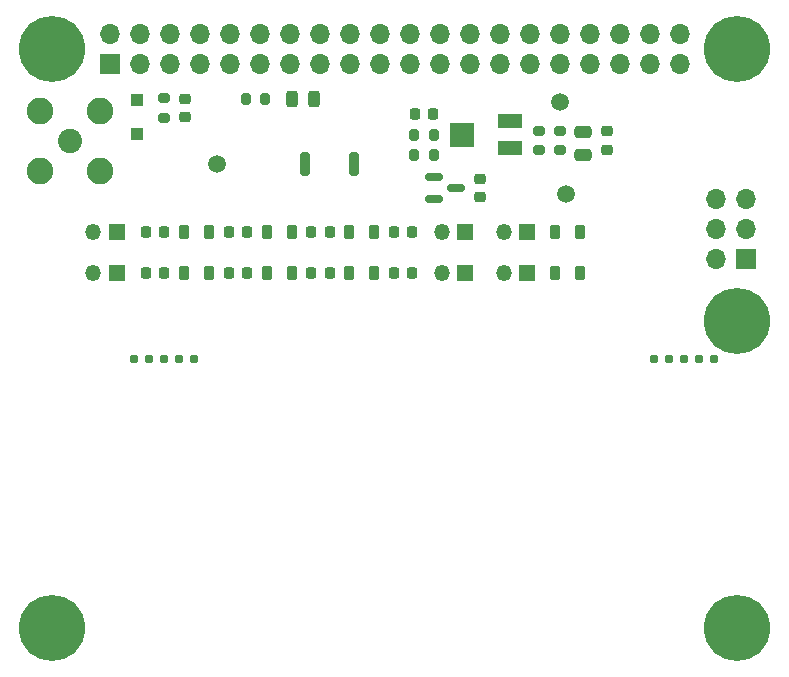
<source format=gbr>
%TF.GenerationSoftware,KiCad,Pcbnew,7.0.9*%
%TF.CreationDate,2024-05-30T14:00:04-07:00*%
%TF.ProjectId,WSPRzero,57535052-7a65-4726-9f2e-6b696361645f,rev?*%
%TF.SameCoordinates,Original*%
%TF.FileFunction,Soldermask,Top*%
%TF.FilePolarity,Negative*%
%FSLAX46Y46*%
G04 Gerber Fmt 4.6, Leading zero omitted, Abs format (unit mm)*
G04 Created by KiCad (PCBNEW 7.0.9) date 2024-05-30 14:00:04*
%MOMM*%
%LPD*%
G01*
G04 APERTURE LIST*
G04 Aperture macros list*
%AMRoundRect*
0 Rectangle with rounded corners*
0 $1 Rounding radius*
0 $2 $3 $4 $5 $6 $7 $8 $9 X,Y pos of 4 corners*
0 Add a 4 corners polygon primitive as box body*
4,1,4,$2,$3,$4,$5,$6,$7,$8,$9,$2,$3,0*
0 Add four circle primitives for the rounded corners*
1,1,$1+$1,$2,$3*
1,1,$1+$1,$4,$5*
1,1,$1+$1,$6,$7*
1,1,$1+$1,$8,$9*
0 Add four rect primitives between the rounded corners*
20,1,$1+$1,$2,$3,$4,$5,0*
20,1,$1+$1,$4,$5,$6,$7,0*
20,1,$1+$1,$6,$7,$8,$9,0*
20,1,$1+$1,$8,$9,$2,$3,0*%
G04 Aperture macros list end*
%ADD10RoundRect,0.200000X0.200000X0.800000X-0.200000X0.800000X-0.200000X-0.800000X0.200000X-0.800000X0*%
%ADD11C,5.600000*%
%ADD12RoundRect,0.218750X0.218750X0.381250X-0.218750X0.381250X-0.218750X-0.381250X0.218750X-0.381250X0*%
%ADD13RoundRect,0.200000X0.275000X-0.200000X0.275000X0.200000X-0.275000X0.200000X-0.275000X-0.200000X0*%
%ADD14R,1.350000X1.350000*%
%ADD15O,1.350000X1.350000*%
%ADD16RoundRect,0.225000X-0.250000X0.225000X-0.250000X-0.225000X0.250000X-0.225000X0.250000X0.225000X0*%
%ADD17C,0.787400*%
%ADD18RoundRect,0.225000X0.225000X0.250000X-0.225000X0.250000X-0.225000X-0.250000X0.225000X-0.250000X0*%
%ADD19RoundRect,0.200000X-0.200000X-0.275000X0.200000X-0.275000X0.200000X0.275000X-0.200000X0.275000X0*%
%ADD20C,1.500000*%
%ADD21C,2.050000*%
%ADD22C,2.250000*%
%ADD23RoundRect,0.200000X-0.275000X0.200000X-0.275000X-0.200000X0.275000X-0.200000X0.275000X0.200000X0*%
%ADD24RoundRect,0.225000X0.250000X-0.225000X0.250000X0.225000X-0.250000X0.225000X-0.250000X-0.225000X0*%
%ADD25RoundRect,0.150000X-0.587500X-0.150000X0.587500X-0.150000X0.587500X0.150000X-0.587500X0.150000X0*%
%ADD26R,1.100000X1.100000*%
%ADD27R,2.000000X1.300000*%
%ADD28R,2.000000X2.000000*%
%ADD29RoundRect,0.243750X0.243750X0.456250X-0.243750X0.456250X-0.243750X-0.456250X0.243750X-0.456250X0*%
%ADD30RoundRect,0.200000X0.200000X0.275000X-0.200000X0.275000X-0.200000X-0.275000X0.200000X-0.275000X0*%
%ADD31R,1.700000X1.700000*%
%ADD32O,1.700000X1.700000*%
%ADD33RoundRect,0.250000X-0.475000X0.250000X-0.475000X-0.250000X0.475000X-0.250000X0.475000X0.250000X0*%
G04 APERTURE END LIST*
D10*
%TO.C,SW1*%
X79100000Y-63250000D03*
X74900000Y-63250000D03*
%TD*%
D11*
%TO.C,H3*%
X111500000Y-76500000D03*
%TD*%
D12*
%TO.C,L12*%
X73812500Y-72500000D03*
X71687500Y-72500000D03*
%TD*%
D13*
%TO.C,R2*%
X94750000Y-62075000D03*
X94750000Y-60425000D03*
%TD*%
D14*
%TO.C,J4*%
X93750000Y-69000000D03*
D15*
X91750000Y-69000000D03*
%TD*%
D16*
%TO.C,C1*%
X100500000Y-60475000D03*
X100500000Y-62025000D03*
%TD*%
D12*
%TO.C,L16*%
X66812500Y-69000000D03*
X64687500Y-69000000D03*
%TD*%
D17*
%TO.C,H6*%
X104460000Y-79746000D03*
X105730000Y-79746000D03*
X107000000Y-79746000D03*
X108270000Y-79746000D03*
X109540000Y-79746000D03*
%TD*%
D16*
%TO.C,C7*%
X89750000Y-64475000D03*
X89750000Y-66025000D03*
%TD*%
D14*
%TO.C,J9*%
X59000000Y-69000000D03*
D15*
X57000000Y-69000000D03*
%TD*%
D17*
%TO.C,H7*%
X60460000Y-79746000D03*
X61730000Y-79746000D03*
X63000000Y-79746000D03*
X64270000Y-79746000D03*
X65540000Y-79746000D03*
%TD*%
D18*
%TO.C,C14*%
X84025000Y-72500000D03*
X82475000Y-72500000D03*
%TD*%
D19*
%TO.C,R6*%
X84175000Y-62500000D03*
X85825000Y-62500000D03*
%TD*%
D14*
%TO.C,J1*%
X93750000Y-72500000D03*
D15*
X91750000Y-72500000D03*
%TD*%
D14*
%TO.C,J7*%
X88500000Y-69000000D03*
D15*
X86500000Y-69000000D03*
%TD*%
D12*
%TO.C,L14*%
X80812500Y-69000000D03*
X78687500Y-69000000D03*
%TD*%
D18*
%TO.C,C20*%
X70025000Y-69000000D03*
X68475000Y-69000000D03*
%TD*%
D20*
%TO.C,TP1*%
X97000000Y-65750000D03*
%TD*%
D21*
%TO.C,J3*%
X55000000Y-61250000D03*
D22*
X57540000Y-58710000D03*
X52460000Y-58710000D03*
X57540000Y-63790000D03*
X52460000Y-63790000D03*
%TD*%
D11*
%TO.C,H2*%
X111500000Y-53500000D03*
%TD*%
D23*
%TO.C,R1*%
X96500000Y-60425000D03*
X96500000Y-62075000D03*
%TD*%
D11*
%TO.C,H1*%
X53500000Y-53500000D03*
%TD*%
D20*
%TO.C,TP2*%
X96500000Y-58000000D03*
%TD*%
D24*
%TO.C,C13*%
X64750000Y-59275000D03*
X64750000Y-57725000D03*
%TD*%
D25*
%TO.C,Q1*%
X85812500Y-64300000D03*
X85812500Y-66200000D03*
X87687500Y-65250000D03*
%TD*%
D12*
%TO.C,L11*%
X80812500Y-72500000D03*
X78687500Y-72500000D03*
%TD*%
D11*
%TO.C,H5*%
X53500000Y-102500000D03*
%TD*%
D12*
%TO.C,L13*%
X66812500Y-72500000D03*
X64687500Y-72500000D03*
%TD*%
D11*
%TO.C,H4*%
X111500000Y-102500000D03*
%TD*%
D26*
%TO.C,D1*%
X60750000Y-57850000D03*
X60750000Y-60650000D03*
%TD*%
D18*
%TO.C,C8*%
X85775000Y-59000000D03*
X84225000Y-59000000D03*
%TD*%
D23*
%TO.C,R7*%
X63000000Y-57675000D03*
X63000000Y-59325000D03*
%TD*%
D27*
%TO.C,R3*%
X92250000Y-61900000D03*
D28*
X88250000Y-60750000D03*
D27*
X92250000Y-59600000D03*
%TD*%
D14*
%TO.C,J5*%
X88500000Y-72500000D03*
D15*
X86500000Y-72500000D03*
%TD*%
D20*
%TO.C,TP3*%
X67500000Y-63250000D03*
%TD*%
D18*
%TO.C,C21*%
X63025000Y-68999999D03*
X61475000Y-68999999D03*
%TD*%
D29*
%TO.C,LED1*%
X75687500Y-57750000D03*
X73812500Y-57750000D03*
%TD*%
D30*
%TO.C,R5*%
X85825000Y-60750000D03*
X84175000Y-60750000D03*
%TD*%
D12*
%TO.C,L2*%
X98250000Y-72500000D03*
X96125000Y-72500000D03*
%TD*%
D30*
%TO.C,R4*%
X71575000Y-57750000D03*
X69925000Y-57750000D03*
%TD*%
D18*
%TO.C,C17*%
X63025000Y-72500000D03*
X61475000Y-72500000D03*
%TD*%
D31*
%TO.C,J6*%
X112275000Y-71275000D03*
D32*
X109735000Y-71275000D03*
X112275000Y-68735000D03*
X109735000Y-68735000D03*
X112275000Y-66195000D03*
X109735000Y-66195000D03*
%TD*%
D33*
%TO.C,C2*%
X98500000Y-60550000D03*
X98500000Y-62450000D03*
%TD*%
D18*
%TO.C,C18*%
X84025000Y-69000000D03*
X82475000Y-69000000D03*
%TD*%
D12*
%TO.C,L3*%
X98250000Y-69000000D03*
X96125000Y-69000000D03*
%TD*%
%TO.C,L15*%
X73812500Y-69000000D03*
X71687500Y-69000000D03*
%TD*%
D14*
%TO.C,J8*%
X59000000Y-72500000D03*
D15*
X57000000Y-72500000D03*
%TD*%
D18*
%TO.C,C19*%
X77025000Y-68999999D03*
X75475000Y-68999999D03*
%TD*%
%TO.C,C15*%
X77025000Y-72500000D03*
X75475000Y-72500000D03*
%TD*%
%TO.C,C16*%
X70025000Y-72500000D03*
X68475000Y-72500000D03*
%TD*%
D31*
%TO.C,J2*%
X58400000Y-54790000D03*
D32*
X58400000Y-52250000D03*
X60940000Y-54790000D03*
X60940000Y-52250000D03*
X63480000Y-54790000D03*
X63480000Y-52250000D03*
X66020000Y-54790000D03*
X66020000Y-52250000D03*
X68560000Y-54790000D03*
X68560000Y-52250000D03*
X71100000Y-54790000D03*
X71100000Y-52250000D03*
X73640000Y-54790000D03*
X73640000Y-52250000D03*
X76180000Y-54790000D03*
X76180000Y-52250000D03*
X78720000Y-54790000D03*
X78720000Y-52250000D03*
X81260000Y-54790000D03*
X81260000Y-52250000D03*
X83800000Y-54790000D03*
X83800000Y-52250000D03*
X86340000Y-54790000D03*
X86340000Y-52250000D03*
X88880000Y-54790000D03*
X88880000Y-52250000D03*
X91420000Y-54790000D03*
X91420000Y-52250000D03*
X93960000Y-54790000D03*
X93960000Y-52250000D03*
X96500000Y-54790000D03*
X96500000Y-52250000D03*
X99040000Y-54790000D03*
X99040000Y-52250000D03*
X101580000Y-54790000D03*
X101580000Y-52250000D03*
X104120000Y-54790000D03*
X104120000Y-52250000D03*
X106660000Y-54790000D03*
X106660000Y-52250000D03*
%TD*%
M02*

</source>
